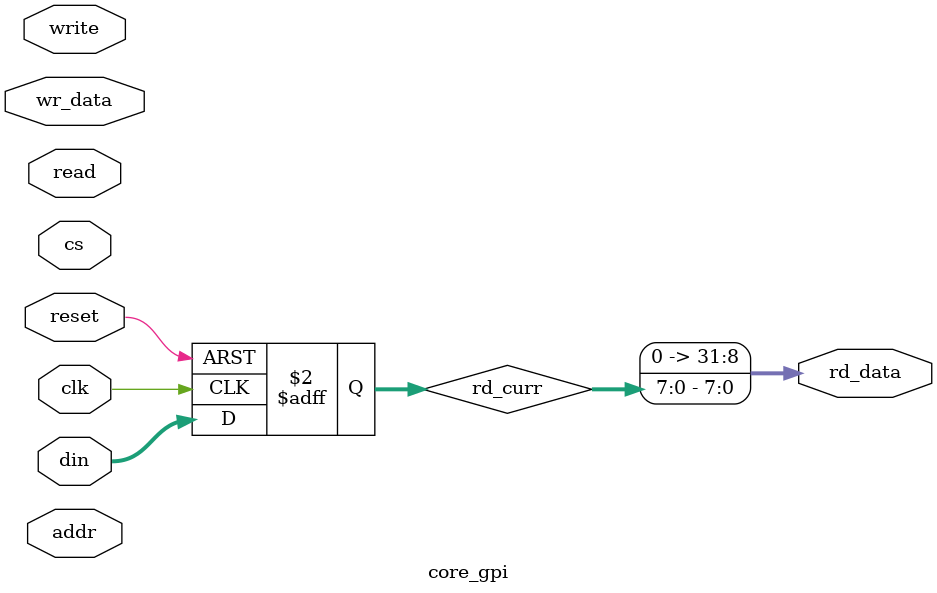
<source format=sv>
`timescale 1ns / 1ps


module core_gpi
    /*
    * Purpose: General Purpose Input Core for MicroBlaze MCS IO Module (Core);
    * Construction:  input port will be sampled by the hw register;
    * 
    * Structure:
    *   1. core_gpi is primariliy for switches;
    *   2. by specs, each core is allocated 32 internal registers;
    *   3. each register is 32-bit wide;
    *   4. by above, sw does not need more than one register;
    *       also, the board does not have 32 switches;
    * 
    * Extra Material on the Construction: 
    * https://www.intel.com/content/www/us/en/docs/programmable/683375/current/input-registers.html
    */
    #(parameter W = 8)  // input port width; 
    (
        // general;
        input logic clk,    // 100 MHz;
        input logic reset,  // async;
        
        //> given interface with mmio controller (which interfaces with the bus);
        // note that not all interfacce will be used;
        input logic cs,                 // chip select; not needed?
        input logic write,              // not needed;
        input logic read,               // still contemplating whether to use this ...?
        input logic [4:0] addr,         // only one is used;
        input logic [31:0]  wr_data,    // MCS uses 32-bit;
        output logic [31:0]  rd_data,   // sampled din
        
        // the external signal at the input port to sample;
        input logic [W-1:0] din
    );
    
    // signal declaration;
    logic [W-1:0] rd_curr;  // to hold din; 
    always_ff @(posedge clk, posedge reset)
        if(reset)
            rd_curr <= 0;
        else
            rd_curr <= din;
   
   // output: only W bit wide;
   assign rd_data[W-1:0] = rd_curr; // sampled;
   assign rd_data[31:W] = 0;        // zero padded; physical input does not have signed concept;
endmodule

</source>
